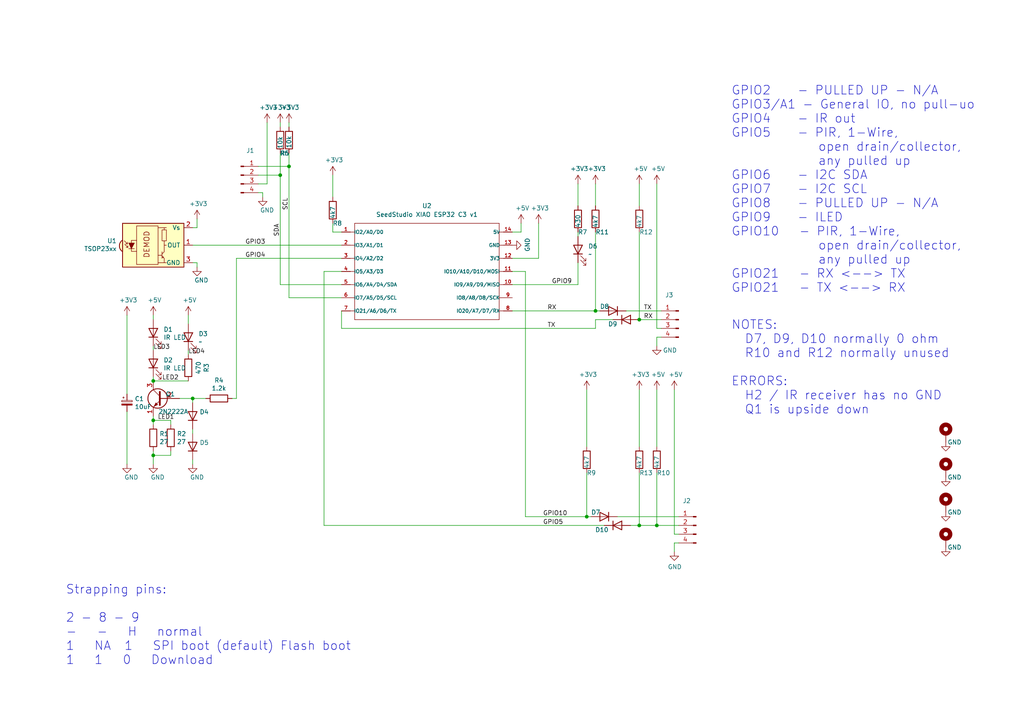
<source format=kicad_sch>
(kicad_sch (version 20230121) (generator eeschema)
  (paper "A4")
  (title_block (title "Heat pump serial and IR interface") (date "2023-12-11") (rev "v2.0") (company "Hans Rune Bue <email@hansrune.net>"))
  (lib_symbols
    (symbol "Connector:Conn_01x04_Male" (pin_names (offset 1.016) hide)
      (property "Reference" "J" (at 0 5.08 0))
      (property "Value" "Conn_01x04_Male" (at 0 -7.62 0))
      (symbol "Conn_01x04_Male_1_1"
        (polyline (pts (xy 1.27 -5.08) (xy 0.8636 -5.08)) (stroke (width 0.1524)))
        (polyline (pts (xy 1.27 -2.54) (xy 0.8636 -2.54)) (stroke (width 0.1524)))
        (polyline (pts (xy 1.27 0) (xy 0.8636 0)) (stroke (width 0.1524)))
        (polyline (pts (xy 1.27 2.54) (xy 0.8636 2.54)) (stroke (width 0.1524)))
        (rectangle (start 0.8636 -4.953) (end 0 -5.207) (stroke (width 0.1524)) (fill (type outline)))
        (rectangle (start 0.8636 -2.413) (end 0 -2.667) (stroke (width 0.1524)) (fill (type outline)))
        (rectangle (start 0.8636 0.127) (end 0 -0.127) (stroke (width 0.1524)) (fill (type outline)))
        (rectangle (start 0.8636 2.667) (end 0 2.413) (stroke (width 0.1524)) (fill (type outline)))
        (pin passive line (at 5.08 2.54 180) (length 3.81) (name "Pin_1") (number "1"))
        (pin passive line (at 5.08 0 180) (length 3.81) (name "Pin_2") (number "2"))
        (pin passive line (at 5.08 -2.54 180) (length 3.81) (name "Pin_3") (number "3"))
        (pin passive line (at 5.08 -5.08 180) (length 3.81) (name "Pin_4") (number "4"))
      )
    )
    (symbol "Device:LED" (pin_numbers hide) (pin_names (offset 1.016) hide)
      (property "Reference" "D" (at 0 2.54 0))
      (property "Value" "LED" (at 0 -2.54 0))
      (symbol "LED_0_1"
        (polyline (pts (xy -1.27 -1.27) (xy -1.27 1.27)) (stroke (width 0.254)))
        (polyline (pts (xy -1.27 0) (xy 1.27 0)))
        (polyline (pts (xy 1.27 -1.27) (xy 1.27 1.27) (xy -1.27 0) (xy 1.27 -1.27)) (stroke (width 0.254)))
        (polyline (pts (xy -3.048 -0.762) (xy -4.572 -2.286) (xy -3.81 -2.286) (xy -4.572 -2.286) (xy -4.572 -1.524)))
        (polyline (pts (xy -1.778 -0.762) (xy -3.302 -2.286) (xy -2.54 -2.286) (xy -3.302 -2.286) (xy -3.302 -1.524)))
      )
      (symbol "LED_1_1"
        (pin passive line (at -3.81 0 0) (length 2.54) (name "K") (number "1"))
        (pin passive line (at 3.81 0 180) (length 2.54) (name "A") (number "2"))
      )
    )
    (symbol "Device:Q_NPN_EBC" (pin_names (offset 0) hide)
      (property "Reference" "Q" (at 5.08 1.27 0))
      (property "Value" "Q_NPN_EBC" (at 5.08 -1.27 0))
      (symbol "Q_NPN_EBC_0_1"
        (polyline (pts (xy 0.635 0.635) (xy 2.54 2.54)))
        (polyline (pts (xy 0.635 -0.635) (xy 2.54 -2.54) (xy 2.54 -2.54)))
        (polyline (pts (xy 0.635 1.905) (xy 0.635 -1.905) (xy 0.635 -1.905)) (stroke (width 0.508)))
        (polyline (pts (xy 1.27 -1.778) (xy 1.778 -1.27) (xy 2.286 -2.286) (xy 1.27 -1.778) (xy 1.27 -1.778)) (fill (type outline)))
        (circle (center 1.27 0) (radius 2.8194) (stroke (width 0.254)))
      )
      (symbol "Q_NPN_EBC_1_1"
        (pin passive line (at 2.54 -5.08 90) (length 2.54) (name "E") (number "1"))
        (pin passive line (at -5.08 0 0) (length 5.715) (name "B") (number "2"))
        (pin passive line (at 2.54 5.08 270) (length 2.54) (name "C") (number "3"))
      )
    )
    (symbol "Device:R" (pin_numbers hide) (pin_names (offset 0))
      (property "Reference" "R" (at 2.032 0 90))
      (property "Value" "R" (at 0 0 90))
      (symbol "R_0_1"
        (rectangle (start -1.016 -2.54) (end 1.016 2.54) (stroke (width 0.254)))
      )
      (symbol "R_1_1"
        (pin passive line (at 0 3.81 270) (length 1.27) (name "~") (number "1"))
        (pin passive line (at 0 -3.81 90) (length 1.27) (name "~") (number "2"))
      )
    )
    (symbol "Diode:1N4148" (pin_numbers hide) (pin_names (offset 1.016) hide)
      (property "Reference" "D" (at 0 2.54 0))
      (property "Value" "1N4148" (at 0 -2.54 0))
      (symbol "1N4148_0_1"
        (polyline (pts (xy -1.27 1.27) (xy -1.27 -1.27)) (stroke (width 0.254)))
        (polyline (pts (xy 1.27 0) (xy -1.27 0)))
        (polyline (pts (xy 1.27 1.27) (xy 1.27 -1.27) (xy -1.27 0) (xy 1.27 1.27)) (stroke (width 0.254)))
      )
      (symbol "1N4148_1_1"
        (pin passive line (at -3.81 0 0) (length 2.54) (name "K") (number "1"))
        (pin passive line (at 3.81 0 180) (length 2.54) (name "A") (number "2"))
      )
    )
    (symbol "IR-Sender-1.0-rescue:CP_Small-Device" (pin_numbers hide) (pin_names (offset 0.254) hide)
      (property "Reference" "C" (at 0.254 1.778 0))
      (property "Value" "CP_Small-Device" (at 0.254 -2.032 0))
      (symbol "CP_Small-Device_0_1"
        (rectangle (start -1.524 -0.3048) (end 1.524 -0.6858) (fill (type outline)))
        (rectangle (start -1.524 0.6858) (end 1.524 0.3048))
        (polyline (pts (xy -1.27 1.524) (xy -0.762 1.524)))
        (polyline (pts (xy -1.016 1.27) (xy -1.016 1.778)))
      )
      (symbol "CP_Small-Device_1_1"
        (pin passive line (at 0 2.54 270) (length 1.8542) (name "~") (number "1"))
        (pin passive line (at 0 -2.54 90) (length 1.8542) (name "~") (number "2"))
      )
    )
    (symbol "Interface_Optical:TSOP23xx" (pin_names (offset 1.016))
      (property "Reference" "U" (at -10.16 7.62 0))
      (property "Value" "TSOP23xx" (at -10.16 -7.62 0))
      (symbol "TSOP23xx_0_0"
        (arc (start -10.287 1.397) (mid -11.0899 -0.1852) (end -10.287 -1.778) (stroke (width 0.254)) (fill (type background)))
        (polyline (pts (xy 1.905 -5.08) (xy 0.127 -5.08)))
        (polyline (pts (xy 1.905 5.08) (xy 0.127 5.08)))
        (text "DEMOD" (at -3.175 0.254 900) (effects (font (size 1.524 1.524))))
      )
      (symbol "TSOP23xx_0_1"
        (rectangle (start -6.096 5.588) (end 0.127 -5.588))
        (polyline (pts (xy -8.763 0.381) (xy -9.652 1.27)))
        (polyline (pts (xy -8.763 0.381) (xy -9.271 0.381)))
        (polyline (pts (xy -8.763 0.381) (xy -8.763 0.889)))
        (polyline (pts (xy -8.636 -0.635) (xy -9.525 0.254)))
        (polyline (pts (xy -8.636 -0.635) (xy -9.144 -0.635)))
        (polyline (pts (xy -8.636 -0.635) (xy -8.636 -0.127)))
        (polyline (pts (xy -8.382 -1.016) (xy -6.731 -1.016)))
        (polyline (pts (xy 1.27 -2.921) (xy 0.127 -2.921)))
        (polyline (pts (xy 1.27 -1.905) (xy 1.27 -3.81)))
        (polyline (pts (xy 1.397 -3.556) (xy 1.524 -3.556)))
        (polyline (pts (xy 1.651 -3.556) (xy 1.524 -3.556)))
        (polyline (pts (xy 1.651 -3.556) (xy 1.651 -3.302)))
        (polyline (pts (xy 1.905 0) (xy 1.905 1.27)))
        (polyline (pts (xy 1.905 4.445) (xy 1.905 5.08) (xy 2.54 5.08)))
        (polyline (pts (xy -8.382 0.635) (xy -6.731 0.635) (xy -7.62 -1.016) (xy -8.382 0.635)) (fill (type outline)))
        (polyline (pts (xy -6.096 1.397) (xy -7.62 1.397) (xy -7.62 -1.778) (xy -6.096 -1.778)))
        (polyline (pts (xy 1.27 -3.175) (xy 1.905 -3.81) (xy 1.905 -5.08) (xy 2.54 -5.08)))
        (polyline (pts (xy 1.27 -2.54) (xy 1.905 -1.905) (xy 1.905 0) (xy 2.54 0)))
        (rectangle (start 2.54 1.27) (end 1.27 4.445))
        (rectangle (start 7.62 6.35) (end -10.16 -6.35) (stroke (width 0.254)) (fill (type background)))
      )
      (symbol "TSOP23xx_1_1"
        (pin output line (at 10.16 0 180) (length 2.54) (name "OUT") (number "1"))
        (pin power_in line (at 10.16 5.08 180) (length 2.54) (name "Vs") (number "2"))
        (pin power_in line (at 10.16 -5.08 180) (length 2.54) (name "GND") (number "3"))
      )
    )
    (symbol "LOCAL1:XIAO_ESP32C3_THT" (pin_names (offset 1.016))
      (property "Reference" "U" (at -21.59 15.24 0))
      (property "Value" "SeedStudio XIAO ESP32 C3 THT" (at -21.59 13.97 0))
      (symbol "XIAO_ESP32C3_THT_0_1"
        (polyline (pts (xy -21.59 -13.97) (xy -21.59 0)) (stroke (width 0.1524)))
        (polyline (pts (xy -21.59 -11.43) (xy -22.86 -11.43)) (stroke (width 0.1524)))
        (polyline (pts (xy -21.59 -7.62) (xy -22.86 -7.62)) (stroke (width 0.1524)))
        (polyline (pts (xy -21.59 -3.81) (xy -22.86 -3.81)) (stroke (width 0.1524)))
        (polyline (pts (xy -21.59 0) (xy -22.86 0)) (stroke (width 0.1524)))
        (polyline (pts (xy -21.59 0) (xy -21.59 3.81)) (stroke (width 0.1524)))
        (polyline (pts (xy -21.59 3.81) (xy -22.86 3.81)) (stroke (width 0.1524)))
        (polyline (pts (xy -21.59 3.81) (xy -21.59 7.62)) (stroke (width 0.1524)))
        (polyline (pts (xy -21.59 7.62) (xy -22.86 7.62)) (stroke (width 0.1524)))
        (polyline (pts (xy -21.59 7.62) (xy -21.59 11.43)) (stroke (width 0.1524)))
        (polyline (pts (xy -21.59 11.43) (xy -22.86 11.43)) (stroke (width 0.1524)))
        (polyline (pts (xy -21.59 11.43) (xy -21.59 13.97)) (stroke (width 0.1524)))
        (polyline (pts (xy -21.59 13.97) (xy 20.32 13.97)) (stroke (width 0.1524)))
        (polyline (pts (xy 20.32 -13.97) (xy -21.59 -13.97)) (stroke (width 0.1524)))
        (polyline (pts (xy 20.32 3.81) (xy 20.32 -13.97)) (stroke (width 0.1524)))
        (polyline (pts (xy 20.32 7.62) (xy 20.32 3.81)) (stroke (width 0.1524)))
        (polyline (pts (xy 20.32 11.43) (xy 20.32 7.62)) (stroke (width 0.1524)))
        (polyline (pts (xy 20.32 13.97) (xy 20.32 11.43)) (stroke (width 0.1524)))
        (polyline (pts (xy 21.59 -11.43) (xy 20.32 -11.43)) (stroke (width 0.1524)))
        (polyline (pts (xy 21.59 -7.62) (xy 20.32 -7.62)) (stroke (width 0.1524)))
        (polyline (pts (xy 21.59 -3.81) (xy 20.32 -3.81)) (stroke (width 0.1524)))
        (polyline (pts (xy 21.59 0) (xy 20.32 0)) (stroke (width 0.1524)))
        (polyline (pts (xy 21.59 3.81) (xy 20.32 3.81)) (stroke (width 0.1524)))
        (polyline (pts (xy 21.59 7.62) (xy 20.32 7.62)) (stroke (width 0.1524)))
        (polyline (pts (xy 21.59 11.43) (xy 20.32 11.43)) (stroke (width 0.1524)))
        (pin bidirectional line (at -25.4 11.43 0) (length 2.54) (name "IO2/A0/D0") (number "1"))
        (pin bidirectional line (at 24.13 -3.81 180) (length 2.54) (name "IO9/A9/D9/MISO") (number "10"))
        (pin bidirectional line (at 24.13 0 180) (length 2.54) (name "IO10/A10/D10/MOSI") (number "11"))
        (pin bidirectional line (at 24.13 3.81 180) (length 2.54) (name "3V3") (number "12"))
        (pin bidirectional line (at 24.13 7.62 180) (length 2.54) (name "GND") (number "13"))
        (pin bidirectional line (at 24.13 11.43 180) (length 2.54) (name "5V") (number "14"))
        (pin bidirectional line (at -25.4 7.62 0) (length 2.54) (name "IO3/A1/D1") (number "2"))
        (pin bidirectional line (at -25.4 3.81 0) (length 2.54) (name "IO4/A2/D2") (number "3"))
        (pin bidirectional line (at -25.4 0 0) (length 2.54) (name "IO5/A3/D3") (number "4"))
        (pin bidirectional line (at -25.4 -3.81 0) (length 2.54) (name "IO6/A4/D4/SDA") (number "5"))
        (pin bidirectional line (at -25.4 -7.62 0) (length 2.54) (name "IO7/A5/D5/SCL") (number "6"))
        (pin bidirectional line (at -25.4 -11.43 0) (length 2.54) (name "IO21/A6/D6/TX") (number "7"))
        (pin bidirectional line (at 24.13 -11.43 180) (length 2.54) (name "IO20/A7/D7/RX") (number "8"))
        (pin bidirectional line (at 24.13 -7.62 180) (length 2.54) (name "IO8/A8/D8/SCK") (number "9"))
      )
    )
    (symbol "Mechanical:MountingHole_Pad" (pin_numbers hide) (pin_names (offset 1.016) hide)
      (property "Reference" "H" (at 0 6.35 0))
      (property "Value" "MountingHole_Pad" (at 0 4.445 0))
      (symbol "MountingHole_Pad_0_1"
        (circle (center 0 1.27) (radius 1.27) (stroke (width 1.27)))
      )
      (symbol "MountingHole_Pad_1_1"
        (pin input line (at 0 -2.54 90) (length 2.54) (name "1") (number "1"))
      )
    )
    (symbol "power:+3.3V" (power) (pin_names (offset 0))
      (property "Value" "+3.3V" (at 0 3.556 0))
      (symbol "+3.3V_0_1"
        (polyline (pts (xy -0.762 1.27) (xy 0 2.54)))
        (polyline (pts (xy 0 0) (xy 0 2.54)))
        (polyline (pts (xy 0 2.54) (xy 0.762 1.27)))
      )
      (symbol "+3.3V_1_1"
        (pin power_in line (at 0 0 90) (length 0) hide (name "+3V3") (number "1"))
      )
    )
    (symbol "power:+5V" (power) (pin_names (offset 0))
      (property "Value" "+5V" (at 0 3.556 0))
      (symbol "+5V_0_1"
        (polyline (pts (xy -0.762 1.27) (xy 0 2.54)))
        (polyline (pts (xy 0 0) (xy 0 2.54)))
        (polyline (pts (xy 0 2.54) (xy 0.762 1.27)))
      )
      (symbol "+5V_1_1"
        (pin power_in line (at 0 0 90) (length 0) hide (name "+5V") (number "1"))
      )
    )
    (symbol "power:GND" (power) (pin_names (offset 0))
      (property "Value" "GND" (at 0 -3.81 0))
      (symbol "GND_0_1"
        (polyline (pts (xy 0 0) (xy 0 -1.27) (xy 1.27 -1.27) (xy 0 -2.54) (xy -1.27 -1.27) (xy 0 -1.27)))
      )
      (symbol "GND_1_1"
        (pin power_in line (at 0 0 270) (length 0) hide (name "GND") (number "1"))
      )
    )
  )
  (junction (at 170.18 149.86))
  (junction (at 83.82 48.26))
  (junction (at 172.72 90.17))
  (junction (at 55.88 115.57))
  (junction (at 185.42 152.4))
  (junction (at 44.45 110.49))
  (junction (at 81.28 50.8))
  (junction (at 185.42 92.71))
  (junction (at 44.45 132.08))
  (junction (at 44.45 121.92))
  (junction (at 190.5 152.4))
  (wire (pts (xy 36.83 119.38) (xy 36.83 134.62)))
  (wire (pts (xy 96.52 50.8) (xy 96.52 57.15)))
  (wire (pts (xy 156.21 64.77) (xy 156.21 74.93)))
  (wire (pts (xy 172.72 67.31) (xy 172.72 90.17)))
  (wire (pts (xy 44.45 121.92) (xy 44.45 123.19)))
  (wire (pts (xy 55.88 71.12) (xy 99.06 71.12)))
  (wire (pts (xy 167.64 67.31) (xy 167.64 68.58)))
  (wire (pts (xy 152.4 149.86) (xy 152.4 78.74)))
  (wire (pts (xy 55.88 116.84) (xy 55.88 115.57)))
  (wire (pts (xy 99.06 67.31) (xy 96.52 67.31)))
  (wire (pts (xy 57.15 66.04) (xy 57.15 63.5)))
  (wire (pts (xy 190.5 113.03) (xy 190.5 129.54)))
  (wire (pts (xy 172.72 53.34) (xy 172.72 59.69)))
  (wire (pts (xy 54.61 101.6) (xy 54.61 102.87)))
  (wire (pts (xy 196.85 154.94) (xy 195.58 154.94)))
  (wire (pts (xy 83.82 86.36) (xy 99.06 86.36)))
  (wire (pts (xy 99.06 95.25) (xy 172.72 95.25)))
  (wire (pts (xy 179.07 149.86) (xy 196.85 149.86)))
  (wire (pts (xy 55.88 124.46) (xy 55.88 125.73)))
  (wire (pts (xy 68.58 74.93) (xy 99.06 74.93)))
  (wire (pts (xy 49.53 130.81) (xy 49.53 132.08)))
  (wire (pts (xy 185.42 67.31) (xy 185.42 92.71)))
  (wire (pts (xy 191.77 97.79) (xy 190.5 97.79)))
  (wire (pts (xy 44.45 132.08) (xy 49.53 132.08)))
  (wire (pts (xy 44.45 101.6) (xy 44.45 100.33)))
  (wire (pts (xy 151.13 67.31) (xy 151.13 64.77)))
  (wire (pts (xy 167.64 82.55) (xy 167.64 76.2)))
  (wire (pts (xy 44.45 109.22) (xy 44.45 110.49)))
  (wire (pts (xy 57.15 76.2) (xy 55.88 76.2)))
  (wire (pts (xy 148.59 78.74) (xy 152.4 78.74)))
  (wire (pts (xy 81.28 50.8) (xy 81.28 82.55)))
  (wire (pts (xy 148.59 74.93) (xy 156.21 74.93)))
  (wire (pts (xy 93.98 78.74) (xy 99.06 78.74)))
  (wire (pts (xy 195.58 113.03) (xy 195.58 154.94)))
  (wire (pts (xy 185.42 92.71) (xy 191.77 92.71)))
  (wire (pts (xy 190.5 53.34) (xy 190.5 95.25)))
  (wire (pts (xy 182.88 152.4) (xy 185.42 152.4)))
  (wire (pts (xy 148.59 82.55) (xy 167.64 82.55)))
  (wire (pts (xy 190.5 137.16) (xy 190.5 152.4)))
  (wire (pts (xy 172.72 92.71) (xy 177.8 92.71)))
  (wire (pts (xy 44.45 91.44) (xy 44.45 92.71)))
  (wire (pts (xy 190.5 152.4) (xy 196.85 152.4)))
  (wire (pts (xy 83.82 48.26) (xy 83.82 86.36)))
  (wire (pts (xy 83.82 44.45) (xy 83.82 48.26)))
  (wire (pts (xy 185.42 113.03) (xy 185.42 129.54)))
  (wire (pts (xy 76.2 55.88) (xy 76.2 57.15)))
  (wire (pts (xy 55.88 66.04) (xy 57.15 66.04)))
  (wire (pts (xy 148.59 67.31) (xy 151.13 67.31)))
  (wire (pts (xy 68.58 115.57) (xy 67.31 115.57)))
  (wire (pts (xy 185.42 152.4) (xy 190.5 152.4)))
  (wire (pts (xy 81.28 44.45) (xy 81.28 50.8)))
  (wire (pts (xy 74.93 55.88) (xy 76.2 55.88)))
  (wire (pts (xy 44.45 130.81) (xy 44.45 132.08)))
  (wire (pts (xy 74.93 50.8) (xy 81.28 50.8)))
  (wire (pts (xy 191.77 95.25) (xy 190.5 95.25)))
  (wire (pts (xy 99.06 82.55) (xy 81.28 82.55)))
  (wire (pts (xy 181.61 90.17) (xy 191.77 90.17)))
  (wire (pts (xy 185.42 53.34) (xy 185.42 59.69)))
  (wire (pts (xy 44.45 120.65) (xy 44.45 121.92)))
  (wire (pts (xy 195.58 157.48) (xy 195.58 160.02)))
  (wire (pts (xy 170.18 149.86) (xy 171.45 149.86)))
  (wire (pts (xy 93.98 152.4) (xy 175.26 152.4)))
  (wire (pts (xy 152.4 149.86) (xy 170.18 149.86)))
  (wire (pts (xy 96.52 67.31) (xy 96.52 64.77)))
  (wire (pts (xy 196.85 157.48) (xy 195.58 157.48)))
  (wire (pts (xy 148.59 90.17) (xy 172.72 90.17)))
  (wire (pts (xy 172.72 90.17) (xy 173.99 90.17)))
  (wire (pts (xy 74.93 48.26) (xy 83.82 48.26)))
  (wire (pts (xy 81.28 35.56) (xy 81.28 36.83)))
  (wire (pts (xy 44.45 132.08) (xy 44.45 134.62)))
  (wire (pts (xy 83.82 35.56) (xy 83.82 36.83)))
  (wire (pts (xy 57.15 77.47) (xy 57.15 76.2)))
  (wire (pts (xy 93.98 152.4) (xy 93.98 78.74)))
  (wire (pts (xy 170.18 113.03) (xy 170.18 129.54)))
  (wire (pts (xy 36.83 91.44) (xy 36.83 114.3)))
  (wire (pts (xy 52.07 115.57) (xy 55.88 115.57)))
  (wire (pts (xy 49.53 123.19) (xy 49.53 121.92)))
  (wire (pts (xy 54.61 91.44) (xy 54.61 93.98)))
  (wire (pts (xy 55.88 133.35) (xy 55.88 134.62)))
  (wire (pts (xy 44.45 121.92) (xy 49.53 121.92)))
  (wire (pts (xy 68.58 74.93) (xy 68.58 115.57)))
  (wire (pts (xy 170.18 137.16) (xy 170.18 149.86)))
  (wire (pts (xy 77.47 35.56) (xy 77.47 53.34)))
  (wire (pts (xy 190.5 97.79) (xy 190.5 100.33)))
  (wire (pts (xy 74.93 53.34) (xy 77.47 53.34)))
  (wire (pts (xy 167.64 53.34) (xy 167.64 59.69)))
  (wire (pts (xy 44.45 110.49) (xy 54.61 110.49)))
  (wire (pts (xy 99.06 90.17) (xy 99.06 95.25)))
  (wire (pts (xy 172.72 95.25) (xy 172.72 92.71)))
  (wire (pts (xy 185.42 137.16) (xy 185.42 152.4)))
  (wire (pts (xy 55.88 115.57) (xy 59.69 115.57)))
  (text "Strapping pins:\n\n2 - 8 - 9 \n-   -   H   normal\n1   NA  1   SPI boot (default) Flash boot\n1   1   0   Download" (at 19.05 193.04 0) (effects (font (size 2.54 2.54)) (justify left bottom)))
  (text "NOTES:\n  D7, D9, D10 normally 0 ohm\n  R10 and R12 normally unused\n\nERRORS:\n  H2 / IR receiver has no GND\n  Q1 is upside down \n   " (at 212.09 124.46 0) (effects (font (size 2.54 2.54)) (justify left bottom)))
  (text "GPIO2    - PULLED UP - N/A\nGPIO3/A1 - General IO, no pull-uo\nGPIO4    - IR out\nGPIO5    - PIR, 1-Wire,\n             open drain/collector,\n             any pulled up\nGPIO6    - I2C SDA\nGPIO7    - I2C SCL\nGPIO8    - PULLED UP - N/A\nGPIO9    - ILED\nGPIO10   - PIR, 1-Wire, \n             open drain/collector,\n             any pulled up\nGPIO21   - RX <--> TX\nGPIO21   - TX <--> RX" (at 212.09 85.09 0) (effects (font (size 2.54 2.54)) (justify left bottom)))
  (label "SCL" (at 83.82 60.96 90))
  (label "LED4" (at 54.61 102.87 0))
  (label "LED2" (at 46.99 110.49 0))
  (label "GPIO3" (at 71.12 71.12 0))
  (label "SDA" (at 81.28 68.58 90))
  (label "RX" (at 158.75 90.17 0))
  (label "TX" (at 186.69 90.17 0))
  (label "GPIO4" (at 71.12 74.93 0))
  (label "LED3" (at 44.45 101.6 0))
  (label "RX" (at 186.69 92.71 0))
  (label "GPIO10" (at 157.48 149.86 0))
  (label "GPIO5" (at 157.48 152.4 0))
  (label "LED1" (at 45.72 121.92 0))
  (label "TX" (at 158.75 95.25 0))
  (label "GPIO9" (at 160.02 82.55 0))
  (symbol (lib_id "Device:R") (at 44.45 127 0) (unit 1)
    (property "Reference" "R1" (at 46.228 125.8316 0) (effects (justify left)))
    (property "Value" "27" (at 46.228 128.143 0) (effects (justify left)))
    (property "Footprint" "Resistor_SMD:R_0805_2012Metric" (effects hide))
  )
  (symbol (lib_id "Device:R") (at 63.5 115.57 270) (unit 1)
    (property "Reference" "R4" (at 63.5 110.3122 90))
    (property "Value" "1.2k" (at 63.5 112.6236 90))
    (property "Footprint" "Resistor_SMD:R_0805_2012Metric" (effects hide))
  )
  (symbol (lib_id "Device:R") (at 49.53 127 0) (unit 1)
    (property "Reference" "R2" (at 51.308 125.8316 0) (effects (justify left)))
    (property "Value" "27" (at 51.308 128.143 0) (effects (justify left)))
    (property "Footprint" "Resistor_SMD:R_0805_2012Metric" (effects hide))
  )
  (symbol (lib_id "Device:R") (at 54.61 106.68 180) (unit 1)
    (property "Reference" "R3" (at 59.8678 106.68 90))
    (property "Value" "470" (at 57.5564 106.68 90))
    (property "Footprint" "Resistor_SMD:R_0805_2012Metric" (effects hide))
  )
  (symbol (lib_id "Device:Q_NPN_EBC") (at 46.99 115.57 0) (mirror y) (unit 1)
    (property "Reference" "Q1" (at 50.8 114.3 0) (effects (justify left)))
    (property "Value" "2N2222A" (at 54.61 119.38 0) (effects (justify left)))
    (property "Footprint" "Package_TO_SOT_SMD:SOT-23" (effects hide))
  )
  (symbol (lib_id "Diode:1N4148") (at 55.88 120.65 90) (unit 1)
    (property "Reference" "D4" (at 57.8866 119.4816 90) (effects (justify right)))
    (property "Value" "1N4148" (effects hide))
    (property "Footprint" "Diode_SMD:D_MiniMELF" (effects hide))
    (property "Datasheet" "http://www.nxp.com/documents/data_sheet/1N4148_1N4448.pdf" (effects hide))
  )
  (symbol (lib_id "Diode:1N4148") (at 55.88 129.54 90) (unit 1)
    (property "Reference" "D5" (at 57.8866 128.3716 90) (effects (justify right)))
    (property "Value" "1N4148" (effects hide))
    (property "Footprint" "Diode_SMD:D_MiniMELF" (effects hide))
  )
  (symbol (lib_id "Device:LED") (at 44.45 96.52 90) (unit 1)
    (property "Reference" "D1" (at 47.4218 95.5548 90) (effects (justify right)))
    (property "Value" "IR LED" (at 47.4218 97.8662 90) (effects (justify right)))
    (property "Footprint" "LED_THT:LED_D5.0mm_Clear" (effects hide))
  )
  (symbol (lib_id "Device:LED") (at 44.45 105.41 90) (unit 1)
    (property "Reference" "D2" (at 47.4218 104.4448 90) (effects (justify right)))
    (property "Value" "IR LED" (at 47.4218 106.7562 90) (effects (justify right)))
    (property "Footprint" "LED_THT:LED_D5.0mm_Clear" (effects hide))
  )
  (symbol (lib_id "IR-Sender-1.0-rescue:CP_Small-Device") (at 36.83 116.84 0) (unit 1)
    (property "Reference" "C1" (at 39.0652 115.6716 0) (effects (justify left)))
    (property "Value" "10uF" (at 39.0652 117.983 0) (effects (justify left)))
    (property "Footprint" "Capacitor_THT:CP_Radial_D5.0mm_P2.50mm" (effects hide))
  )
  (symbol (lib_id "Interface_Optical:TSOP23xx") (at 45.72 71.12 0) (unit 1)
    (property "Reference" "U1" (at 33.8582 69.85 0) (effects (justify right)))
    (property "Value" "TSOP23xx" (at 33.8582 72.1614 0) (effects (justify right)))
    (property "Footprint" "OptoDevice:Vishay_MOLD-3Pin" (effects hide))
    (property "Datasheet" "http://www.vishay.com/docs/82460/tsop45.pdf" (effects hide))
  )
  (symbol (lib_id "power:+3.3V") (at 156.21 64.77 0) (unit 1)
    (property "Reference" "#PWR015" (effects hide))
    (property "Value" "+3.3V" (at 156.591 60.3758 0))
  )
  (symbol (lib_id "Connector:Conn_01x04_Male") (at 69.85 50.8 0) (unit 1)
    (property "Reference" "J1" (at 72.5932 43.6626 0))
    (property "Value" "Conn_01x04_Male" (effects hide))
    (property "Footprint" "Connector_PinHeader_2.54mm:PinHeader_1x04_P2.54mm_Vertical" (effects hide))
  )
  (symbol (lib_id "power:GND") (at 76.2 57.15 0) (unit 1)
    (property "Reference" "#PWR09" (effects hide))
    (property "Value" "GND" (at 77.47 60.96 0))
  )
  (symbol (lib_id "power:+5V") (at 151.13 64.77 0) (unit 1)
    (property "Reference" "#PWR017" (effects hide))
    (property "Value" "+5V" (at 151.511 60.3758 0))
  )
  (symbol (lib_id "power:+5V") (at 195.58 113.03 0) (unit 1)
    (property "Reference" "#PWR022" (effects hide))
    (property "Value" "+5V" (at 195.961 108.6358 0))
  )
  (symbol (lib_id "power:+3.3V") (at 83.82 35.56 0) (unit 1)
    (property "Reference" "#PWR012" (effects hide))
    (property "Value" "+3.3V" (at 84.201 31.1658 0))
  )
  (symbol (lib_id "power:GND") (at 274.32 128.27 0) (unit 1)
    (property "Reference" "#PWR026" (effects hide))
    (property "Value" "GND" (at 276.86 128.27 0))
  )
  (symbol (lib_id "power:GND") (at 55.88 134.62 0) (unit 1)
    (property "Reference" "#PWR06" (effects hide))
    (property "Value" "GND" (at 57.15 138.43 0))
  )
  (symbol (lib_id "Device:R") (at 81.28 40.64 0) (unit 1)
    (property "Reference" "R5" (at 81.28 44.45 0) (effects (justify left)))
    (property "Value" "10k" (at 81.28 43.18 90) (effects (justify left)))
    (property "Footprint" "Resistor_SMD:R_0805_2012Metric" (effects hide))
  )
  (symbol (lib_id "Diode:1N4148") (at 181.61 92.71 0) (unit 1)
    (property "Reference" "D9" (at 179.07 93.98 0) (effects (justify right)))
    (property "Value" "1N4148" (effects hide))
    (property "Footprint" "Diode_SMD:D_MiniMELF" (effects hide))
    (property "Datasheet" "http://www.nxp.com/documents/data_sheet/1N4148_1N4448.pdf" (effects hide))
  )
  (symbol (lib_id "Device:R") (at 172.72 63.5 0) (unit 1)
    (property "Reference" "R11" (at 172.72 67.31 0) (effects (justify left)))
    (property "Value" "4k7" (at 172.72 66.04 90) (effects (justify left)))
    (property "Footprint" "Resistor_SMD:R_0805_2012Metric" (effects hide))
  )
  (symbol (lib_id "Connector:Conn_01x04_Male") (at 196.85 92.71 0) (mirror y) (unit 1)
    (property "Reference" "J3" (at 194.1068 85.5726 0))
    (property "Value" "Conn_01x04_Male" (effects hide))
    (property "Footprint" "Connector_PinHeader_2.54mm:PinHeader_1x04_P2.54mm_Vertical" (effects hide))
  )
  (symbol (lib_id "Device:R") (at 83.82 40.64 0) (unit 1)
    (property "Reference" "R6" (at 83.82 44.45 0) (effects (justify right)))
    (property "Value" "10k" (at 83.82 39.37 90) (effects (justify right)))
    (property "Footprint" "Resistor_SMD:R_0805_2012Metric" (effects hide))
  )
  (symbol (lib_id "Device:R") (at 167.64 63.5 0) (unit 1)
    (property "Reference" "R7" (at 167.64 67.31 0) (effects (justify left)))
    (property "Value" "430" (at 167.64 66.04 90) (effects (justify left)))
    (property "Footprint" "Resistor_SMD:R_0805_2012Metric" (effects hide))
  )
  (symbol (lib_id "Mechanical:MountingHole_Pad") (at 274.32 135.89 0) (unit 1)
    (property "Reference" "H2" (effects hide))
    (property "Value" "MountingHole_Pad" (effects hide))
    (property "Footprint" "MountingHole:MountingHole_3.2mm_M3_ISO14580_Pad" (effects hide))
  )
  (symbol (lib_id "power:GND") (at 190.5 100.33 0) (unit 1)
    (property "Reference" "#PWR025" (effects hide))
    (property "Value" "GND" (at 194.31 101.6 0))
  )
  (symbol (lib_id "Diode:1N4148") (at 179.07 152.4 0) (unit 1)
    (property "Reference" "D10" (at 176.53 153.67 0) (effects (justify right)))
    (property "Value" "1N4148" (effects hide))
    (property "Footprint" "Diode_SMD:D_MiniMELF" (effects hide))
    (property "Datasheet" "http://www.nxp.com/documents/data_sheet/1N4148_1N4448.pdf" (effects hide))
  )
  (symbol (lib_id "Device:LED") (at 167.64 72.39 90) (unit 1)
    (property "Reference" "D6" (at 170.6118 71.4248 90) (effects (justify right)))
    (property "Value" "~" (at 170.6118 73.7362 90) (effects (justify right)))
    (property "Footprint" "LED_SMD:LED_0805_2012Metric" (effects hide))
  )
  (symbol (lib_id "power:+3.3V") (at 167.64 53.34 0) (unit 1)
    (property "Reference" "#PWR014" (effects hide))
    (property "Value" "+3.3V" (at 168.021 48.9458 0))
  )
  (symbol (lib_id "Device:R") (at 185.42 63.5 0) (unit 1)
    (property "Reference" "R12" (at 185.42 67.31 0) (effects (justify left)))
    (property "Value" "4k7" (at 185.42 66.04 90) (effects (justify left)))
    (property "Footprint" "Resistor_SMD:R_0805_2012Metric" (effects hide))
  )
  (symbol (lib_id "power:+5V") (at 190.5 53.34 0) (unit 1)
    (property "Reference" "#PWR024" (effects hide))
    (property "Value" "+5V" (at 190.881 48.9458 0))
  )
  (symbol (lib_id "Diode:1N4148") (at 175.26 149.86 180) (unit 1)
    (property "Reference" "D7" (at 171.45 148.59 0) (effects (justify right)))
    (property "Value" "1N4148" (effects hide))
    (property "Footprint" "Diode_SMD:D_MiniMELF" (effects hide))
    (property "Datasheet" "http://www.nxp.com/documents/data_sheet/1N4148_1N4448.pdf" (effects hide))
  )
  (symbol (lib_id "Device:R") (at 190.5 133.35 0) (unit 1)
    (property "Reference" "R10" (at 190.5 137.16 0) (effects (justify left)))
    (property "Value" "4k7" (at 190.5 135.89 90) (effects (justify left)))
    (property "Footprint" "Resistor_SMD:R_0805_2012Metric" (effects hide))
  )
  (symbol (lib_id "Diode:1N4148") (at 177.8 90.17 180) (unit 1)
    (property "Reference" "D8" (at 173.99 88.9 0) (effects (justify right)))
    (property "Value" "1N4148" (effects hide))
    (property "Footprint" "Diode_SMD:D_MiniMELF" (effects hide))
    (property "Datasheet" "http://www.nxp.com/documents/data_sheet/1N4148_1N4448.pdf" (effects hide))
  )
  (symbol (lib_id "Mechanical:MountingHole_Pad") (at 274.32 125.73 0) (unit 1)
    (property "Reference" "H1" (effects hide))
    (property "Value" "MountingHole_Pad" (effects hide))
    (property "Footprint" "MountingHole:MountingHole_3.2mm_M3_ISO14580_Pad" (effects hide))
  )
  (symbol (lib_id "power:+3.3V") (at 81.28 35.56 0) (unit 1)
    (property "Reference" "#PWR011" (effects hide))
    (property "Value" "+3.3V" (at 81.661 31.1658 0))
  )
  (symbol (lib_id "power:+5V") (at 185.42 53.34 0) (unit 1)
    (property "Reference" "#PWR021" (effects hide))
    (property "Value" "+5V" (at 185.801 48.9458 0))
  )
  (symbol (lib_id "power:+5V") (at 54.61 91.44 0) (unit 1)
    (property "Reference" "#PWR05" (effects hide))
    (property "Value" "+5V" (at 54.991 87.0458 0))
  )
  (symbol (lib_id "LOCAL1:XIAO_ESP32C3_THT") (at 124.46 78.74 0) (unit 1)
    (property "Reference" "U2" (at 123.825 59.69 0))
    (property "Value" "SeedStudio XIAO ESP32 C3 v1" (at 123.825 62.23 0))
    (property "Footprint" "LOCAL1:XIAO_ESP32C3_THT" (effects hide))
    (property "Datasheet" "https://files.seeedstudio.com/wiki/XIAO_WiFi/Resources/esp32-c3_datasheet.pdf" (effects hide))
  )
  (symbol (lib_id "Device:R") (at 96.52 60.96 0) (unit 1)
    (property "Reference" "R8" (at 96.52 64.77 0) (effects (justify left)))
    (property "Value" "4k7" (at 96.52 63.5 90) (effects (justify left)))
    (property "Footprint" "Resistor_SMD:R_0805_2012Metric" (effects hide))
  )
  (symbol (lib_id "power:+3.3V") (at 57.15 63.5 0) (unit 1)
    (property "Reference" "#PWR07" (effects hide))
    (property "Value" "+3.3V" (at 57.531 59.1058 0))
  )
  (symbol (lib_id "power:GND") (at 195.58 160.02 0) (unit 1)
    (property "Reference" "#PWR023" (effects hide))
    (property "Value" "GND" (at 195.707 164.4142 0))
  )
  (symbol (lib_id "power:GND") (at 57.15 77.47 0) (unit 1)
    (property "Reference" "#PWR08" (effects hide))
    (property "Value" "GND" (at 58.42 81.28 0))
  )
  (symbol (lib_id "Device:R") (at 170.18 133.35 0) (unit 1)
    (property "Reference" "R9" (at 170.18 137.16 0) (effects (justify left)))
    (property "Value" "4k7" (at 170.18 135.89 90) (effects (justify left)))
    (property "Footprint" "Resistor_SMD:R_0805_2012Metric" (effects hide))
  )
  (symbol (lib_id "power:+3.3V") (at 172.72 53.34 0) (unit 1)
    (property "Reference" "#PWR020" (effects hide))
    (property "Value" "+3.3V" (at 173.101 48.9458 0))
  )
  (symbol (lib_id "power:+5V") (at 190.5 113.03 0) (unit 1)
    (property "Reference" "#PWR019" (effects hide))
    (property "Value" "+5V" (at 190.881 108.6358 0))
  )
  (symbol (lib_id "power:+3.3V") (at 185.42 113.03 0) (unit 1)
    (property "Reference" "#PWR030" (effects hide))
    (property "Value" "+3.3V" (at 185.801 108.6358 0))
  )
  (symbol (lib_id "power:GND") (at 36.83 134.62 0) (unit 1)
    (property "Reference" "#PWR02" (effects hide))
    (property "Value" "GND" (at 38.1 138.43 0))
  )
  (symbol (lib_id "power:GND") (at 274.32 148.59 0) (unit 1)
    (property "Reference" "#PWR028" (effects hide))
    (property "Value" "GND" (at 276.86 148.59 0))
  )
  (symbol (lib_id "power:+3.3V") (at 36.83 91.44 0) (unit 1)
    (property "Reference" "#PWR01" (effects hide))
    (property "Value" "+3.3V" (at 37.211 87.0458 0))
  )
  (symbol (lib_id "Mechanical:MountingHole_Pad") (at 274.32 156.21 0) (unit 1)
    (property "Reference" "H4" (effects hide))
    (property "Value" "MountingHole_Pad" (effects hide))
    (property "Footprint" "MountingHole:MountingHole_3.2mm_M3_ISO14580_Pad" (effects hide))
  )
  (symbol (lib_id "power:+3.3V") (at 77.47 35.56 0) (unit 1)
    (property "Reference" "#PWR010" (effects hide))
    (property "Value" "+3.3V" (at 77.851 31.1658 0))
  )
  (symbol (lib_id "power:+3.3V") (at 170.18 113.03 0) (unit 1)
    (property "Reference" "#PWR031" (effects hide))
    (property "Value" "+3.3V" (at 170.561 108.6358 0))
  )
  (symbol (lib_id "power:GND") (at 148.59 71.12 90) (unit 1)
    (property "Reference" "#PWR013" (effects hide))
    (property "Value" "GND" (at 152.9842 70.993 0))
  )
  (symbol (lib_id "Mechanical:MountingHole_Pad") (at 274.32 146.05 0) (unit 1)
    (property "Reference" "H3" (effects hide))
    (property "Value" "MountingHole_Pad" (effects hide))
    (property "Footprint" "MountingHole:MountingHole_3.2mm_M3_ISO14580_Pad" (effects hide))
  )
  (symbol (lib_id "power:GND") (at 274.32 138.43 0) (unit 1)
    (property "Reference" "#PWR027" (effects hide))
    (property "Value" "GND" (at 276.86 138.43 0))
  )
  (symbol (lib_id "Device:LED") (at 54.61 97.79 90) (unit 1)
    (property "Reference" "D3" (at 57.5818 96.8248 90) (effects (justify right)))
    (property "Value" "~" (at 57.5818 99.1362 90) (effects (justify right)))
    (property "Footprint" "LED_SMD:LED_0805_2012Metric" (effects hide))
  )
  (symbol (lib_id "power:+3.3V") (at 96.52 50.8 0) (unit 1)
    (property "Reference" "#PWR016" (effects hide))
    (property "Value" "+3.3V" (at 96.901 46.4058 0))
  )
  (symbol (lib_id "power:+5V") (at 44.45 91.44 0) (unit 1)
    (property "Reference" "#PWR03" (effects hide))
    (property "Value" "+5V" (at 44.831 87.0458 0))
  )
  (symbol (lib_id "power:GND") (at 44.45 134.62 0) (unit 1)
    (property "Reference" "#PWR04" (effects hide))
    (property "Value" "GND" (at 45.72 138.43 0))
  )
  (symbol (lib_id "Connector:Conn_01x04_Male") (at 201.93 152.4 0) (mirror y) (unit 1)
    (property "Reference" "J2" (at 199.1868 145.2626 0))
    (property "Value" "Conn_01x04_Male" (effects hide))
    (property "Footprint" "Connector_PinHeader_2.54mm:PinHeader_1x04_P2.54mm_Vertical" (effects hide))
  )
  (symbol (lib_id "power:GND") (at 274.32 158.75 0) (unit 1)
    (property "Reference" "#PWR029" (effects hide))
    (property "Value" "GND" (at 276.86 158.75 0))
  )
  (symbol (lib_id "Device:R") (at 185.42 133.35 0) (unit 1)
    (property "Reference" "R13" (at 185.42 137.16 0) (effects (justify left)))
    (property "Value" "4k7" (at 185.42 135.89 90) (effects (justify left)))
    (property "Footprint" "Resistor_SMD:R_0805_2012Metric" (effects hide))
  )
)
</source>
